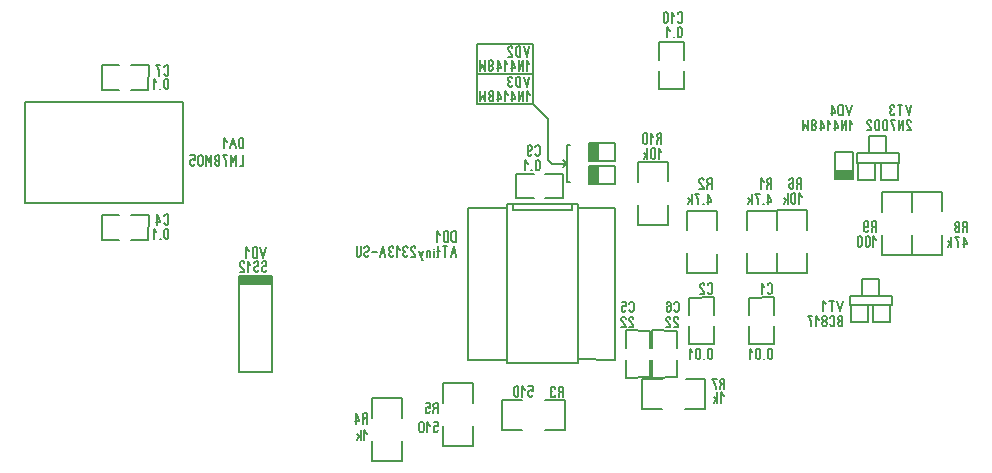
<source format=gbr>
%FSLAX34Y34*%
%MOMM*%
%LNSILK_BOTTOM*%
G71*
G01*
%ADD10C, 0.150*%
%ADD11C, 0.159*%
%ADD12C, 0.200*%
%ADD13C, 0.100*%
%LPD*%
G54D10*
X259888Y234250D02*
X259888Y153288D01*
X231312Y153288D01*
X231312Y234250D01*
X259888Y234250D01*
G36*
X259888Y234250D02*
X231312Y234250D01*
X231312Y227900D01*
X259888Y227900D01*
X259888Y234250D01*
G37*
G54D10*
X259888Y234250D02*
X231312Y234250D01*
X231312Y227900D01*
X259888Y227900D01*
X259888Y234250D01*
G54D11*
X254325Y258875D02*
X252102Y249986D01*
X249880Y258875D01*
G54D11*
X246770Y249986D02*
X246770Y258875D01*
X244548Y258875D01*
X243659Y258319D01*
X243214Y257208D01*
X243214Y251652D01*
X243659Y250541D01*
X244548Y249986D01*
X246770Y249986D01*
G54D11*
X240103Y255541D02*
X237880Y258875D01*
X237880Y249986D01*
G54D11*
X254700Y239746D02*
X254255Y238635D01*
X253366Y238079D01*
X252477Y238079D01*
X251588Y238635D01*
X251144Y239746D01*
X251144Y240857D01*
X251588Y241968D01*
X252477Y242524D01*
X253366Y242524D01*
X254255Y243079D01*
X254700Y244190D01*
X254700Y245301D01*
X254255Y246413D01*
X253366Y246968D01*
X252477Y246968D01*
X251588Y246413D01*
X251144Y245301D01*
G54D11*
X248033Y239746D02*
X247588Y238635D01*
X246699Y238079D01*
X245810Y238079D01*
X244922Y238635D01*
X244477Y239746D01*
X244477Y240857D01*
X244922Y241968D01*
X245810Y242524D01*
X246699Y242524D01*
X247588Y243079D01*
X248033Y244190D01*
X248033Y245301D01*
X247588Y246413D01*
X246699Y246968D01*
X245810Y246968D01*
X244922Y246413D01*
X244477Y245301D01*
G54D11*
X241366Y243635D02*
X239143Y246968D01*
X239143Y238079D01*
G54D11*
X232477Y238079D02*
X236033Y238079D01*
X236033Y238635D01*
X235588Y239746D01*
X232922Y243079D01*
X232477Y244190D01*
X232477Y245301D01*
X232922Y246413D01*
X233810Y246968D01*
X234699Y246968D01*
X235588Y246413D01*
X236033Y245301D01*
G54D12*
X50338Y296163D02*
X50338Y381888D01*
X184481Y381888D01*
X184481Y296162D01*
X50338Y296163D01*
G54D11*
X235450Y342504D02*
X235450Y351392D01*
X233227Y351392D01*
X232338Y350837D01*
X231894Y349726D01*
X231894Y344170D01*
X232338Y343059D01*
X233227Y342504D01*
X235450Y342504D01*
G54D11*
X228782Y342504D02*
X226560Y351392D01*
X224338Y342504D01*
G54D11*
X227894Y345837D02*
X225227Y345837D01*
G54D11*
X221228Y348059D02*
X219005Y351392D01*
X219005Y342504D01*
G54D11*
X235462Y336530D02*
X235462Y327641D01*
X232350Y327641D01*
G54D11*
X229240Y327641D02*
X229240Y336530D01*
X227017Y330974D01*
X224795Y336530D01*
X224795Y327641D01*
G54D11*
X221685Y336530D02*
X218129Y336530D01*
X218574Y335419D01*
X219462Y333752D01*
X220351Y331530D01*
X220796Y329863D01*
X220796Y327641D01*
G54D11*
X212795Y332085D02*
X213684Y332085D01*
X214573Y332641D01*
X215018Y333752D01*
X215018Y334863D01*
X214573Y335974D01*
X213684Y336530D01*
X212795Y336530D01*
X211906Y335974D01*
X211462Y334863D01*
X211462Y333752D01*
X211906Y332641D01*
X212795Y332085D01*
X211906Y331530D01*
X211462Y330419D01*
X211462Y329308D01*
X211906Y328197D01*
X212795Y327641D01*
X213684Y327641D01*
X214573Y328197D01*
X215018Y329308D01*
X215018Y330419D01*
X214573Y331530D01*
X213684Y332085D01*
G54D11*
X208351Y327641D02*
X208351Y336530D01*
X206128Y330974D01*
X203906Y336530D01*
X203906Y327641D01*
G54D11*
X197240Y334863D02*
X197240Y329308D01*
X197684Y328197D01*
X198573Y327641D01*
X199462Y327641D01*
X200351Y328197D01*
X200796Y329308D01*
X200796Y334863D01*
X200351Y335974D01*
X199462Y336530D01*
X198573Y336530D01*
X197684Y335974D01*
X197240Y334863D01*
G54D11*
X190573Y336530D02*
X194129Y336530D01*
X194129Y332641D01*
X193684Y332641D01*
X192795Y333197D01*
X191906Y333197D01*
X191018Y332641D01*
X190573Y331530D01*
X190573Y329308D01*
X191018Y328197D01*
X191906Y327641D01*
X192795Y327641D01*
X193684Y328197D01*
X194129Y329308D01*
G54D10*
X115288Y285850D02*
X115419Y265069D01*
X130500Y265069D01*
G54D10*
X130506Y285844D02*
X115288Y285850D01*
G54D10*
X155150Y285844D02*
X155018Y265062D01*
X139937Y265062D01*
G54D10*
X139931Y285838D02*
X155150Y285844D01*
G54D11*
X168178Y279308D02*
X168622Y278197D01*
X169511Y277641D01*
X170400Y277641D01*
X171289Y278197D01*
X171733Y279308D01*
X171733Y284864D01*
X171289Y285975D01*
X170400Y286530D01*
X169511Y286530D01*
X168622Y285975D01*
X168178Y284864D01*
G54D11*
X162400Y277641D02*
X162400Y286530D01*
X165066Y280975D01*
X165066Y279864D01*
X161511Y279864D01*
G54D11*
X168373Y272886D02*
X168373Y267330D01*
X168818Y266219D01*
X169706Y265663D01*
X170595Y265663D01*
X171484Y266219D01*
X171929Y267330D01*
X171929Y272886D01*
X171484Y273997D01*
X170595Y274552D01*
X169706Y274552D01*
X168818Y273997D01*
X168373Y272886D01*
G54D11*
X164906Y265663D02*
X165262Y265663D01*
X165262Y266108D01*
X164906Y266108D01*
X164906Y265663D01*
X165262Y265663D01*
G54D11*
X161795Y271219D02*
X159572Y274552D01*
X159572Y265663D01*
G54D10*
X115288Y412850D02*
X115419Y392069D01*
X130500Y392069D01*
G54D10*
X130506Y412844D02*
X115288Y412850D01*
G54D10*
X155150Y412844D02*
X155018Y392062D01*
X139937Y392062D01*
G54D10*
X139931Y412838D02*
X155150Y412844D01*
G54D11*
X168326Y405683D02*
X168771Y404572D01*
X169660Y404016D01*
X170549Y404016D01*
X171438Y404572D01*
X171882Y405683D01*
X171882Y411239D01*
X171438Y412350D01*
X170549Y412905D01*
X169660Y412905D01*
X168771Y412350D01*
X168326Y411239D01*
G54D11*
X165215Y412905D02*
X161660Y412905D01*
X162104Y411794D01*
X162993Y410128D01*
X163882Y407905D01*
X164326Y406239D01*
X164326Y404016D01*
G54D11*
X168336Y399886D02*
X168336Y394331D01*
X168780Y393220D01*
X169669Y392664D01*
X170558Y392664D01*
X171447Y393220D01*
X171892Y394331D01*
X171892Y399886D01*
X171447Y400997D01*
X170558Y401553D01*
X169669Y401553D01*
X168780Y400997D01*
X168336Y399886D01*
G54D11*
X164869Y392664D02*
X165224Y392664D01*
X165224Y393108D01*
X164869Y393108D01*
X164869Y392664D01*
X165224Y392664D01*
G54D11*
X161758Y398220D02*
X159535Y401553D01*
X159535Y392664D01*
G54D10*
X528206Y331625D02*
X528206Y346725D01*
X550444Y346725D01*
X550444Y331625D01*
X528206Y331625D01*
G36*
X528206Y331625D02*
X528206Y346725D01*
X535306Y346725D01*
X535306Y331625D01*
X528206Y331625D01*
G37*
G54D13*
X528206Y331625D02*
X528206Y346725D01*
X535306Y346725D01*
X535306Y331625D01*
X528206Y331625D01*
G54D11*
X477476Y428985D02*
X475254Y420096D01*
X473032Y428985D01*
G54D11*
X469922Y420096D02*
X469922Y428985D01*
X467699Y428985D01*
X466810Y428430D01*
X466366Y427319D01*
X466366Y421763D01*
X466810Y420652D01*
X467699Y420096D01*
X469922Y420096D01*
G54D11*
X459699Y420096D02*
X463254Y420096D01*
X463254Y420652D01*
X462810Y421763D01*
X460143Y425096D01*
X459699Y426208D01*
X459699Y427319D01*
X460143Y428430D01*
X461032Y428985D01*
X461921Y428985D01*
X462810Y428430D01*
X463254Y427319D01*
G54D11*
X477406Y413665D02*
X475184Y416998D01*
X475184Y408109D01*
G54D11*
X472074Y408109D02*
X472074Y416998D01*
X468518Y408109D01*
X468518Y416998D01*
G54D11*
X462740Y408109D02*
X462740Y416998D01*
X465406Y411442D01*
X465406Y410331D01*
X461851Y410331D01*
G54D11*
X458740Y413665D02*
X456517Y416998D01*
X456517Y408109D01*
G54D11*
X450740Y408109D02*
X450740Y416998D01*
X453406Y411442D01*
X453406Y410331D01*
X449851Y410331D01*
G54D11*
X444517Y412553D02*
X445406Y412553D01*
X446295Y413109D01*
X446740Y414220D01*
X446740Y415331D01*
X446295Y416442D01*
X445406Y416998D01*
X444517Y416998D01*
X443628Y416442D01*
X443184Y415331D01*
X443184Y414220D01*
X443628Y413109D01*
X444517Y412553D01*
X443628Y411998D01*
X443184Y410887D01*
X443184Y409776D01*
X443628Y408665D01*
X444517Y408109D01*
X445406Y408109D01*
X446295Y408665D01*
X446740Y409776D01*
X446740Y410887D01*
X446295Y411998D01*
X445406Y412553D01*
G54D11*
X440072Y416998D02*
X440072Y408109D01*
X437850Y413665D01*
X435628Y408109D01*
X435628Y416998D01*
G54D12*
X518450Y295225D02*
X458450Y295225D01*
X458450Y160575D01*
X518450Y160575D01*
X518450Y295225D01*
G54D12*
X513450Y295225D02*
X463450Y295225D01*
X463450Y290225D01*
X513450Y290225D01*
X513450Y295225D01*
G54D12*
X518450Y292050D02*
X550400Y292194D01*
X550400Y163606D01*
X518450Y163750D01*
G54D12*
X458325Y292194D02*
X425781Y292194D01*
X425781Y163606D01*
X458325Y163606D01*
G54D11*
X415145Y263461D02*
X415145Y272350D01*
X412923Y272350D01*
X412034Y271794D01*
X411590Y270683D01*
X411590Y265128D01*
X412034Y264017D01*
X412923Y263461D01*
X415145Y263461D01*
G54D11*
X408478Y263461D02*
X408478Y272350D01*
X406256Y272350D01*
X405367Y271794D01*
X404922Y270683D01*
X404922Y265128D01*
X405367Y264017D01*
X406256Y263461D01*
X408478Y263461D01*
G54D11*
X401811Y269017D02*
X399589Y272350D01*
X399589Y263461D01*
G54D11*
X415712Y250550D02*
X413490Y259439D01*
X411268Y250550D01*
G54D11*
X414824Y253884D02*
X412157Y253884D01*
G54D11*
X406380Y250550D02*
X406380Y259439D01*
G54D11*
X408158Y259439D02*
X404602Y259439D01*
G54D11*
X400602Y259439D02*
X400602Y251106D01*
X400157Y250550D01*
X399713Y250773D01*
G54D11*
X401490Y255550D02*
X399713Y255550D01*
G54D11*
X396602Y250550D02*
X396602Y255550D01*
G54D11*
X396602Y257217D02*
X396602Y257217D01*
G54D11*
X393490Y250550D02*
X393490Y255550D01*
G54D11*
X393490Y254439D02*
X393046Y255217D01*
X392157Y255550D01*
X391268Y255217D01*
X390824Y254439D01*
X390824Y250550D01*
G54D11*
X387712Y255550D02*
X385935Y250550D01*
X384157Y255550D01*
G54D11*
X385935Y250550D02*
X386379Y248884D01*
X386824Y248328D01*
X387268Y248328D01*
G54D11*
X377490Y250550D02*
X381046Y250550D01*
X381046Y251106D01*
X380601Y252217D01*
X377934Y255550D01*
X377490Y256662D01*
X377490Y257773D01*
X377934Y258884D01*
X378823Y259439D01*
X379712Y259439D01*
X380601Y258884D01*
X381046Y257773D01*
G54D11*
X374378Y257773D02*
X373934Y258884D01*
X373045Y259439D01*
X372156Y259439D01*
X371267Y258884D01*
X370823Y257773D01*
X370823Y256662D01*
X371267Y255550D01*
X372156Y254995D01*
X371267Y254439D01*
X370823Y253328D01*
X370823Y252217D01*
X371267Y251106D01*
X372156Y250550D01*
X373045Y250550D01*
X373934Y251106D01*
X374378Y252217D01*
G54D11*
X367712Y256106D02*
X365489Y259439D01*
X365489Y250550D01*
G54D11*
X362378Y257773D02*
X361934Y258884D01*
X361045Y259439D01*
X360156Y259439D01*
X359267Y258884D01*
X358823Y257773D01*
X358823Y256662D01*
X359267Y255550D01*
X360156Y254995D01*
X359267Y254439D01*
X358823Y253328D01*
X358823Y252217D01*
X359267Y251106D01*
X360156Y250550D01*
X361045Y250550D01*
X361934Y251106D01*
X362378Y252217D01*
G54D11*
X355712Y250550D02*
X353489Y259439D01*
X351267Y250550D01*
G54D11*
X354823Y253884D02*
X352156Y253884D01*
G54D11*
X348156Y254439D02*
X344601Y254439D01*
G54D11*
X341490Y252217D02*
X341045Y251106D01*
X340156Y250550D01*
X339267Y250550D01*
X338378Y251106D01*
X337934Y252217D01*
X337934Y253328D01*
X338378Y254439D01*
X339267Y254995D01*
X340156Y254995D01*
X341045Y255550D01*
X341490Y256662D01*
X341490Y257773D01*
X341045Y258884D01*
X340156Y259439D01*
X339267Y259439D01*
X338378Y258884D01*
X337934Y257773D01*
G54D11*
X334822Y259439D02*
X334822Y252217D01*
X334378Y251106D01*
X333489Y250550D01*
X332600Y250550D01*
X331711Y251106D01*
X331267Y252217D01*
X331267Y259439D01*
G54D10*
X506088Y300125D02*
X505956Y320906D01*
X490875Y320906D01*
G54D10*
X490869Y300131D02*
X506088Y300125D01*
G54D10*
X466225Y300131D02*
X466356Y320912D01*
X481438Y320912D01*
G54D10*
X481444Y300138D02*
X466225Y300131D01*
G54D11*
X482661Y337942D02*
X483106Y336831D01*
X483995Y336275D01*
X484884Y336275D01*
X485772Y336831D01*
X486217Y337942D01*
X486217Y343498D01*
X485772Y344609D01*
X484884Y345164D01*
X483995Y345164D01*
X483106Y344609D01*
X482661Y343498D01*
G54D11*
X479550Y337942D02*
X479106Y336831D01*
X478216Y336275D01*
X477328Y336275D01*
X476439Y336831D01*
X475994Y337942D01*
X475994Y340720D01*
X475994Y341275D01*
X477328Y340164D01*
X478216Y340164D01*
X479106Y340720D01*
X479550Y341831D01*
X479550Y343498D01*
X479106Y344609D01*
X478216Y345164D01*
X477328Y345164D01*
X476439Y344609D01*
X475994Y343498D01*
X475994Y340720D01*
G54D11*
X482732Y331027D02*
X482732Y325472D01*
X483177Y324361D01*
X484066Y323805D01*
X484955Y323805D01*
X485844Y324361D01*
X486288Y325472D01*
X486288Y331027D01*
X485844Y332139D01*
X484955Y332694D01*
X484066Y332694D01*
X483177Y332139D01*
X482732Y331027D01*
G54D11*
X479265Y323805D02*
X479621Y323805D01*
X479621Y324250D01*
X479265Y324250D01*
X479265Y323805D01*
X479621Y323805D01*
G54D11*
X476154Y329361D02*
X473932Y332694D01*
X473932Y323805D01*
G54D10*
X528206Y312575D02*
X528206Y327675D01*
X550444Y327675D01*
X550444Y312575D01*
X528206Y312575D01*
G36*
X528206Y312575D02*
X528206Y327675D01*
X535306Y327675D01*
X535306Y312575D01*
X528206Y312575D01*
G37*
G54D13*
X528206Y312575D02*
X528206Y327675D01*
X535306Y327675D01*
X535306Y312575D01*
X528206Y312575D01*
G54D11*
X477477Y403268D02*
X475255Y394379D01*
X473032Y403268D01*
G54D11*
X469922Y394379D02*
X469922Y403268D01*
X467700Y403268D01*
X466811Y402712D01*
X466366Y401601D01*
X466366Y396046D01*
X466811Y394934D01*
X467700Y394379D01*
X469922Y394379D01*
G54D11*
X463255Y401601D02*
X462810Y402712D01*
X461922Y403268D01*
X461033Y403268D01*
X460144Y402712D01*
X459699Y401601D01*
X459699Y400490D01*
X460144Y399379D01*
X461033Y398823D01*
X460144Y398268D01*
X459699Y397157D01*
X459699Y396046D01*
X460144Y394934D01*
X461033Y394379D01*
X461922Y394379D01*
X462810Y394934D01*
X463255Y396046D01*
G54D11*
X477723Y387947D02*
X475501Y391280D01*
X475501Y382391D01*
G54D11*
X472390Y382391D02*
X472390Y391280D01*
X468835Y382391D01*
X468835Y391280D01*
G54D11*
X463056Y382391D02*
X463056Y391280D01*
X465723Y385724D01*
X465723Y384613D01*
X462168Y384613D01*
G54D11*
X459056Y387947D02*
X456834Y391280D01*
X456834Y382391D01*
G54D11*
X451056Y382391D02*
X451056Y391280D01*
X453723Y385724D01*
X453723Y384613D01*
X450168Y384613D01*
G54D11*
X444834Y386835D02*
X445723Y386835D01*
X446612Y387391D01*
X447056Y388502D01*
X447056Y389613D01*
X446612Y390724D01*
X445723Y391280D01*
X444834Y391280D01*
X443945Y390724D01*
X443501Y389613D01*
X443501Y388502D01*
X443945Y387391D01*
X444834Y386835D01*
X443945Y386280D01*
X443501Y385169D01*
X443501Y384058D01*
X443945Y382947D01*
X444834Y382391D01*
X445723Y382391D01*
X446612Y382947D01*
X447056Y384058D01*
X447056Y385169D01*
X446612Y386280D01*
X445723Y386835D01*
G54D11*
X440389Y391280D02*
X440389Y382391D01*
X438167Y387947D01*
X435945Y382391D01*
X435945Y391280D01*
G54D10*
X587700Y392862D02*
X608481Y392994D01*
X608481Y408075D01*
G54D10*
X587706Y408081D02*
X587700Y392862D01*
G54D10*
X587706Y432725D02*
X608488Y432594D01*
X608488Y417512D01*
G54D10*
X587712Y417506D02*
X587706Y432725D01*
G54D11*
X603306Y450500D02*
X603751Y449389D01*
X604640Y448834D01*
X605528Y448834D01*
X606417Y449389D01*
X606862Y450500D01*
X606862Y456056D01*
X606417Y457167D01*
X605528Y457723D01*
X604640Y457723D01*
X603751Y457167D01*
X603306Y456056D01*
G54D11*
X600195Y454389D02*
X597972Y457723D01*
X597972Y448834D01*
G54D11*
X591306Y456056D02*
X591306Y450500D01*
X591751Y449389D01*
X592640Y448834D01*
X593528Y448834D01*
X594417Y449389D01*
X594862Y450500D01*
X594862Y456056D01*
X594417Y457167D01*
X593528Y457723D01*
X592640Y457723D01*
X591751Y457167D01*
X591306Y456056D01*
G54D11*
X603207Y443563D02*
X603207Y438008D01*
X603652Y436897D01*
X604540Y436341D01*
X605429Y436341D01*
X606318Y436897D01*
X606763Y438008D01*
X606763Y443563D01*
X606318Y444675D01*
X605429Y445230D01*
X604540Y445230D01*
X603652Y444675D01*
X603207Y443563D01*
G54D11*
X599740Y436341D02*
X600096Y436341D01*
X600096Y436786D01*
X599740Y436786D01*
X599740Y436341D01*
X600096Y436341D01*
G54D11*
X596629Y441897D02*
X594406Y445230D01*
X594406Y436341D01*
G54D10*
X569312Y277912D02*
X594850Y277906D01*
X594850Y294575D01*
G54D10*
X569475Y294717D02*
X569312Y277912D01*
G54D10*
X569450Y331088D02*
X594988Y331094D01*
X594988Y314425D01*
G54D10*
X569612Y314283D02*
X569450Y331088D01*
G54D11*
X587468Y350889D02*
X586134Y349778D01*
X585690Y348667D01*
X585690Y346445D01*
G54D11*
X589246Y346445D02*
X589246Y355334D01*
X587023Y355334D01*
X586134Y354778D01*
X585690Y353667D01*
X585690Y352556D01*
X586134Y351445D01*
X587023Y350889D01*
X589246Y350889D01*
G54D11*
X582578Y352001D02*
X580356Y355334D01*
X580356Y346445D01*
G54D11*
X573690Y353667D02*
X573690Y348112D01*
X574134Y347001D01*
X575023Y346445D01*
X575912Y346445D01*
X576801Y347001D01*
X577246Y348112D01*
X577246Y353667D01*
X576801Y354778D01*
X575912Y355334D01*
X575023Y355334D01*
X574134Y354778D01*
X573690Y353667D01*
G54D11*
X589362Y339283D02*
X587140Y342616D01*
X587140Y333728D01*
G54D11*
X580473Y340950D02*
X580473Y335394D01*
X580918Y334283D01*
X581807Y333728D01*
X582696Y333728D01*
X583585Y334283D01*
X584029Y335394D01*
X584029Y340950D01*
X583585Y342061D01*
X582696Y342616D01*
X581807Y342616D01*
X580918Y342061D01*
X580473Y340950D01*
G54D11*
X577362Y333728D02*
X577362Y342616D01*
G54D11*
X576029Y337061D02*
X574695Y333728D01*
G54D11*
X577362Y335950D02*
X574695Y338728D01*
G54D10*
X559125Y148388D02*
X579906Y148519D01*
X579906Y163600D01*
G54D10*
X559131Y163606D02*
X559125Y148388D01*
G54D10*
X559131Y188250D02*
X579912Y188118D01*
X579912Y173037D01*
G54D10*
X559138Y173031D02*
X559131Y188250D01*
G54D11*
X562222Y205517D02*
X562667Y204406D01*
X563556Y203850D01*
X564445Y203850D01*
X565334Y204406D01*
X565778Y205517D01*
X565778Y211073D01*
X565334Y212184D01*
X564445Y212739D01*
X563556Y212739D01*
X562667Y212184D01*
X562222Y211073D01*
G54D11*
X555556Y212739D02*
X559111Y212739D01*
X559111Y208850D01*
X558666Y208850D01*
X557778Y209406D01*
X556889Y209406D01*
X556000Y208850D01*
X555556Y207739D01*
X555556Y205517D01*
X556000Y204406D01*
X556889Y203850D01*
X557778Y203850D01*
X558666Y204406D01*
X559111Y205517D01*
G54D11*
X562136Y191028D02*
X565691Y191028D01*
X565691Y191584D01*
X565247Y192695D01*
X562580Y196028D01*
X562136Y197139D01*
X562136Y198250D01*
X562580Y199362D01*
X563469Y199917D01*
X564358Y199917D01*
X565247Y199362D01*
X565691Y198250D01*
G54D11*
X555468Y191028D02*
X559024Y191028D01*
X559024Y191584D01*
X558580Y192695D01*
X555913Y196028D01*
X555468Y197139D01*
X555468Y198250D01*
X555913Y199362D01*
X556802Y199917D01*
X557691Y199917D01*
X558580Y199362D01*
X559024Y198250D01*
G54D10*
X581350Y148388D02*
X602131Y148519D01*
X602131Y163600D01*
G54D10*
X581356Y163606D02*
X581350Y148388D01*
G54D10*
X581356Y188250D02*
X602138Y188119D01*
X602138Y173038D01*
G54D10*
X581362Y173031D02*
X581356Y188250D01*
G54D11*
X600322Y205517D02*
X600767Y204406D01*
X601656Y203850D01*
X602544Y203850D01*
X603433Y204406D01*
X603878Y205517D01*
X603878Y211072D01*
X603433Y212183D01*
X602544Y212739D01*
X601656Y212739D01*
X600767Y212183D01*
X600322Y211072D01*
G54D11*
X593655Y211072D02*
X594100Y212183D01*
X594988Y212739D01*
X595878Y212739D01*
X596766Y212183D01*
X597211Y211072D01*
X597211Y208294D01*
X597211Y207739D01*
X595878Y208850D01*
X594988Y208850D01*
X594100Y208294D01*
X593655Y207183D01*
X593655Y205517D01*
X594100Y204406D01*
X594988Y203850D01*
X595878Y203850D01*
X596766Y204406D01*
X597211Y205517D01*
X597211Y208294D01*
G54D11*
X599919Y191028D02*
X603475Y191028D01*
X603475Y191584D01*
X603030Y192695D01*
X600364Y196028D01*
X599919Y197139D01*
X599919Y198250D01*
X600364Y199361D01*
X601253Y199917D01*
X602142Y199917D01*
X603030Y199361D01*
X603475Y198250D01*
G54D11*
X593252Y191028D02*
X596808Y191028D01*
X596808Y191584D01*
X596364Y192695D01*
X593697Y196028D01*
X593252Y197139D01*
X593252Y198250D01*
X593697Y199361D01*
X594586Y199917D01*
X595474Y199917D01*
X596364Y199361D01*
X596808Y198250D01*
G54D10*
X661388Y236638D02*
X686925Y236631D01*
X686925Y253300D01*
G54D10*
X661550Y253442D02*
X661388Y236638D01*
G54D10*
X661525Y289812D02*
X687062Y289819D01*
X687062Y273150D01*
G54D10*
X661687Y273008D02*
X661525Y289812D01*
G54D11*
X680686Y312662D02*
X679353Y311551D01*
X678908Y310440D01*
X678908Y308218D01*
G54D11*
X682464Y308218D02*
X682464Y317106D01*
X680242Y317106D01*
X679353Y316551D01*
X678908Y315440D01*
X678908Y314329D01*
X679353Y313218D01*
X680242Y312662D01*
X682464Y312662D01*
G54D11*
X675797Y313773D02*
X673575Y317106D01*
X673575Y308218D01*
G54D11*
X679860Y295130D02*
X679860Y304018D01*
X682527Y298463D01*
X682527Y297352D01*
X678972Y297352D01*
G54D11*
X675504Y295130D02*
X675860Y295130D01*
X675860Y295574D01*
X675504Y295574D01*
X675504Y295130D01*
X675860Y295130D01*
G54D11*
X672393Y304018D02*
X668838Y304018D01*
X669282Y302907D01*
X670171Y301241D01*
X671060Y299018D01*
X671504Y297352D01*
X671504Y295130D01*
G54D11*
X665726Y295130D02*
X665726Y304018D01*
G54D11*
X664393Y298463D02*
X663059Y295130D01*
G54D11*
X665726Y297352D02*
X663059Y300130D01*
G54D10*
X610588Y236638D02*
X636125Y236631D01*
X636125Y253300D01*
G54D10*
X610750Y253442D02*
X610588Y236638D01*
G54D10*
X610725Y289812D02*
X636262Y289819D01*
X636262Y273150D01*
G54D10*
X610887Y273008D02*
X610725Y289812D01*
G54D11*
X629992Y312499D02*
X628659Y311388D01*
X628214Y310277D01*
X628214Y308054D01*
G54D11*
X631770Y308054D02*
X631770Y316943D01*
X629548Y316943D01*
X628659Y316388D01*
X628214Y315277D01*
X628214Y314166D01*
X628659Y313054D01*
X629548Y312499D01*
X631770Y312499D01*
G54D11*
X621548Y308054D02*
X625103Y308054D01*
X625103Y308610D01*
X624658Y309721D01*
X621992Y313054D01*
X621548Y314166D01*
X621548Y315277D01*
X621992Y316388D01*
X622881Y316943D01*
X623770Y316943D01*
X624658Y316388D01*
X625103Y315277D01*
G54D11*
X629044Y295167D02*
X629044Y304056D01*
X631711Y298501D01*
X631711Y297390D01*
X628156Y297390D01*
G54D11*
X624688Y295167D02*
X625044Y295167D01*
X625044Y295612D01*
X624688Y295612D01*
X624688Y295167D01*
X625044Y295167D01*
G54D11*
X621577Y304056D02*
X618022Y304056D01*
X618466Y302945D01*
X619355Y301279D01*
X620244Y299056D01*
X620688Y297390D01*
X620688Y295167D01*
G54D11*
X614910Y295167D02*
X614910Y304056D01*
G54D11*
X613577Y298501D02*
X612243Y295167D01*
G54D11*
X614910Y297390D02*
X612243Y300167D01*
G54D10*
X686788Y236832D02*
X712325Y236825D01*
X712325Y253494D01*
G54D10*
X686950Y253636D02*
X686788Y236832D01*
G54D10*
X686925Y290006D02*
X712462Y290013D01*
X712462Y273344D01*
G54D10*
X687087Y273202D02*
X686925Y290006D01*
G54D11*
X705874Y312693D02*
X704540Y311582D01*
X704096Y310471D01*
X704096Y308249D01*
G54D11*
X707652Y308249D02*
X707652Y317138D01*
X705429Y317138D01*
X704540Y316582D01*
X704096Y315471D01*
X704096Y314360D01*
X704540Y313249D01*
X705429Y312693D01*
X707652Y312693D01*
G54D11*
X697429Y315471D02*
X697873Y316582D01*
X698762Y317138D01*
X699651Y317138D01*
X700540Y316582D01*
X700984Y315471D01*
X700984Y312693D01*
X700984Y312138D01*
X699651Y313249D01*
X698762Y313249D01*
X697873Y312693D01*
X697429Y311582D01*
X697429Y309916D01*
X697873Y308805D01*
X698762Y308249D01*
X699651Y308249D01*
X700540Y308805D01*
X700984Y309916D01*
X700984Y312693D01*
G54D11*
X708092Y300944D02*
X705869Y304277D01*
X705869Y295388D01*
G54D11*
X699203Y302611D02*
X699203Y297055D01*
X699647Y295944D01*
X700536Y295388D01*
X701425Y295388D01*
X702314Y295944D01*
X702758Y297055D01*
X702758Y302611D01*
X702314Y303722D01*
X701425Y304277D01*
X700536Y304277D01*
X699647Y303722D01*
X699203Y302611D01*
G54D11*
X696092Y295388D02*
X696092Y304277D01*
G54D11*
X694758Y298722D02*
X693425Y295388D01*
G54D11*
X696092Y297611D02*
X693425Y300388D01*
G54D10*
X684550Y216290D02*
X663769Y216159D01*
X663769Y201078D01*
G54D10*
X684544Y201071D02*
X684550Y216290D01*
G54D10*
X684544Y176428D02*
X663762Y176559D01*
X663762Y191640D01*
G54D10*
X684538Y191647D02*
X684544Y176428D01*
G54D11*
X679452Y220884D02*
X679897Y219773D01*
X680786Y219218D01*
X681674Y219218D01*
X682563Y219773D01*
X683008Y220884D01*
X683008Y226440D01*
X682563Y227551D01*
X681674Y228107D01*
X680786Y228107D01*
X679897Y227551D01*
X679452Y226440D01*
G54D11*
X676341Y224773D02*
X674118Y228107D01*
X674118Y219218D01*
G54D11*
X679526Y171304D02*
X679526Y165748D01*
X679971Y164637D01*
X680860Y164082D01*
X681748Y164082D01*
X682637Y164637D01*
X683082Y165748D01*
X683082Y171304D01*
X682637Y172415D01*
X681748Y172971D01*
X680860Y172971D01*
X679971Y172415D01*
X679526Y171304D01*
G54D11*
X676059Y164082D02*
X676415Y164082D01*
X676415Y164526D01*
X676059Y164526D01*
X676059Y164082D01*
X676415Y164082D01*
G54D11*
X669392Y171304D02*
X669392Y165748D01*
X669837Y164637D01*
X670726Y164082D01*
X671614Y164082D01*
X672503Y164637D01*
X672948Y165748D01*
X672948Y171304D01*
X672503Y172415D01*
X671614Y172971D01*
X670726Y172971D01*
X669837Y172415D01*
X669392Y171304D01*
G54D11*
X666281Y169637D02*
X664058Y172971D01*
X664058Y164082D01*
G54D10*
X633750Y216290D02*
X612969Y216159D01*
X612969Y201078D01*
G54D10*
X633744Y201071D02*
X633750Y216290D01*
G54D10*
X633744Y176428D02*
X612962Y176559D01*
X612962Y191640D01*
G54D10*
X633738Y191646D02*
X633744Y176428D01*
G54D11*
X628684Y220915D02*
X629129Y219804D01*
X630018Y219248D01*
X630906Y219248D01*
X631795Y219804D01*
X632240Y220915D01*
X632240Y226470D01*
X631795Y227582D01*
X630906Y228137D01*
X630018Y228137D01*
X629129Y227582D01*
X628684Y226470D01*
G54D11*
X622017Y219248D02*
X625573Y219248D01*
X625573Y219804D01*
X625128Y220915D01*
X622462Y224248D01*
X622017Y225359D01*
X622017Y226470D01*
X622462Y227582D01*
X623350Y228137D01*
X624240Y228137D01*
X625128Y227582D01*
X625573Y226470D01*
G54D11*
X628726Y171303D02*
X628726Y165747D01*
X629171Y164636D01*
X630060Y164081D01*
X630948Y164081D01*
X631837Y164636D01*
X632282Y165747D01*
X632282Y171303D01*
X631837Y172414D01*
X630948Y172970D01*
X630060Y172970D01*
X629171Y172414D01*
X628726Y171303D01*
G54D11*
X625259Y164081D02*
X625615Y164081D01*
X625615Y164525D01*
X625259Y164525D01*
X625259Y164081D01*
X625615Y164081D01*
G54D11*
X618592Y171303D02*
X618592Y165747D01*
X619037Y164636D01*
X619926Y164081D01*
X620814Y164081D01*
X621703Y164636D01*
X622148Y165747D01*
X622148Y171303D01*
X621703Y172414D01*
X620814Y172970D01*
X619926Y172970D01*
X619037Y172414D01*
X618592Y171303D01*
G54D11*
X615481Y169636D02*
X613258Y172970D01*
X613258Y164081D01*
G54D10*
X454362Y129612D02*
X454356Y104075D01*
X471025Y104075D01*
G54D10*
X471167Y129450D02*
X454362Y129612D01*
G54D10*
X507538Y129475D02*
X507544Y103938D01*
X490875Y103938D01*
G54D10*
X490733Y129313D02*
X507538Y129475D01*
G54D11*
X504193Y136189D02*
X502859Y135078D01*
X502415Y133967D01*
X502415Y131744D01*
G54D11*
X505970Y131744D02*
X505970Y140633D01*
X503748Y140633D01*
X502859Y140078D01*
X502415Y138967D01*
X502415Y137856D01*
X502859Y136744D01*
X503748Y136189D01*
X505970Y136189D01*
G54D11*
X499304Y138967D02*
X498859Y140078D01*
X497970Y140633D01*
X497081Y140633D01*
X496192Y140078D01*
X495748Y138967D01*
X495748Y137856D01*
X496192Y136744D01*
X497081Y136189D01*
X496192Y135633D01*
X495748Y134522D01*
X495748Y133411D01*
X496192Y132300D01*
X497081Y131744D01*
X497970Y131744D01*
X498859Y132300D01*
X499304Y133411D01*
G54D11*
X476754Y141015D02*
X480309Y141015D01*
X480309Y137126D01*
X479864Y137126D01*
X478976Y137682D01*
X478087Y137682D01*
X477198Y137126D01*
X476754Y136015D01*
X476754Y133793D01*
X477198Y132682D01*
X478087Y132126D01*
X478976Y132126D01*
X479864Y132682D01*
X480309Y133793D01*
G54D11*
X473642Y137682D02*
X471420Y141015D01*
X471420Y132126D01*
G54D11*
X464754Y139349D02*
X464754Y133793D01*
X465198Y132682D01*
X466087Y132126D01*
X466976Y132126D01*
X467864Y132682D01*
X468309Y133793D01*
X468309Y139349D01*
X467864Y140460D01*
X466976Y141015D01*
X466087Y141015D01*
X465198Y140460D01*
X464754Y139349D01*
G54D10*
X626409Y121618D02*
X626415Y147156D01*
X609746Y147156D01*
G54D10*
X609604Y121780D02*
X626409Y121618D01*
G54D10*
X573234Y121756D02*
X573228Y147293D01*
X589896Y147293D01*
G54D10*
X590039Y121918D02*
X573234Y121756D01*
G54D11*
X640949Y142957D02*
X639615Y141846D01*
X639171Y140735D01*
X639171Y138512D01*
G54D11*
X642726Y138512D02*
X642726Y147401D01*
X640504Y147401D01*
X639615Y146846D01*
X639171Y145735D01*
X639171Y144624D01*
X639615Y143512D01*
X640504Y142957D01*
X642726Y142957D01*
G54D11*
X636060Y147401D02*
X632504Y147401D01*
X632948Y146290D01*
X633837Y144624D01*
X634726Y142401D01*
X635171Y140735D01*
X635171Y138512D01*
G54D11*
X642107Y132537D02*
X639885Y135870D01*
X639885Y126982D01*
G54D11*
X636774Y126982D02*
X636774Y135870D01*
G54D11*
X635441Y130315D02*
X634107Y126982D01*
G54D11*
X636774Y129204D02*
X634107Y131982D01*
G54D10*
X343888Y77888D02*
X369425Y77881D01*
X369425Y94550D01*
G54D10*
X344050Y94692D02*
X343888Y77888D01*
G54D10*
X344025Y131062D02*
X369562Y131069D01*
X369562Y114400D01*
G54D10*
X344187Y114258D02*
X344025Y131062D01*
G54D11*
X338105Y113907D02*
X336771Y112796D01*
X336327Y111685D01*
X336327Y109462D01*
G54D11*
X339882Y109462D02*
X339882Y118351D01*
X337660Y118351D01*
X336771Y117796D01*
X336327Y116685D01*
X336327Y115574D01*
X336771Y114462D01*
X337660Y113907D01*
X339882Y113907D01*
G54D11*
X330549Y109462D02*
X330549Y118351D01*
X333216Y112796D01*
X333216Y111685D01*
X329660Y111685D01*
G54D11*
X339944Y100978D02*
X337722Y104311D01*
X337722Y95422D01*
G54D11*
X334612Y95422D02*
X334612Y104311D01*
G54D11*
X333278Y98755D02*
X331945Y95422D01*
G54D11*
X334612Y97644D02*
X331945Y100422D01*
G54D10*
X404212Y90588D02*
X429750Y90581D01*
X429750Y107250D01*
G54D10*
X404375Y107392D02*
X404212Y90588D01*
G54D10*
X404350Y143762D02*
X429888Y143769D01*
X429888Y127100D01*
G54D10*
X404512Y126958D02*
X404350Y143762D01*
G54D11*
X398112Y122479D02*
X396778Y121368D01*
X396334Y120257D01*
X396334Y118035D01*
G54D11*
X399890Y118035D02*
X399890Y126924D01*
X397667Y126924D01*
X396778Y126368D01*
X396334Y125257D01*
X396334Y124146D01*
X396778Y123035D01*
X397667Y122479D01*
X399890Y122479D01*
G54D11*
X389667Y126924D02*
X393222Y126924D01*
X393222Y123035D01*
X392778Y123035D01*
X391889Y123591D01*
X391000Y123591D01*
X390111Y123035D01*
X389667Y121924D01*
X389667Y119702D01*
X390111Y118591D01*
X391000Y118035D01*
X391889Y118035D01*
X392778Y118591D01*
X393222Y119702D01*
G54D11*
X396396Y110978D02*
X399952Y110978D01*
X399952Y107090D01*
X399508Y107090D01*
X398619Y107645D01*
X397730Y107645D01*
X396841Y107090D01*
X396396Y105978D01*
X396396Y103756D01*
X396841Y102645D01*
X397730Y102090D01*
X398619Y102090D01*
X399508Y102645D01*
X399952Y103756D01*
G54D11*
X393285Y107645D02*
X391063Y110978D01*
X391063Y102090D01*
G54D11*
X384396Y109312D02*
X384396Y103756D01*
X384841Y102645D01*
X385730Y102090D01*
X386619Y102090D01*
X387508Y102645D01*
X387952Y103756D01*
X387952Y109312D01*
X387508Y110423D01*
X386619Y110978D01*
X385730Y110978D01*
X384841Y110423D01*
X384396Y109312D01*
G54D10*
X748788Y209581D02*
X748788Y217519D01*
X784556Y217519D01*
X784556Y209581D01*
X748788Y209581D01*
G54D10*
X773394Y217581D02*
X773394Y231869D01*
X759106Y231869D01*
X759106Y217581D01*
G54D10*
X782919Y208850D02*
X782919Y195356D01*
X768631Y195356D01*
X768631Y208850D01*
G54D10*
X763869Y208850D02*
X763869Y195356D01*
X749581Y195356D01*
X749581Y208850D01*
G54D11*
X742752Y213621D02*
X740530Y204732D01*
X738308Y213621D01*
G54D11*
X733419Y204732D02*
X733419Y213621D01*
G54D11*
X735197Y213621D02*
X731642Y213621D01*
G54D11*
X728530Y210288D02*
X726308Y213621D01*
X726308Y204732D01*
G54D11*
X742491Y191876D02*
X742491Y200765D01*
X740269Y200765D01*
X739380Y200210D01*
X738936Y199099D01*
X738936Y197988D01*
X739380Y196876D01*
X740269Y196321D01*
X739380Y195765D01*
X738936Y194654D01*
X738936Y193543D01*
X739380Y192432D01*
X740269Y191876D01*
X742491Y191876D01*
G54D11*
X742491Y196321D02*
X740269Y196321D01*
G54D11*
X732268Y193543D02*
X732713Y192432D01*
X733602Y191876D01*
X734491Y191876D01*
X735380Y192432D01*
X735824Y193543D01*
X735824Y199099D01*
X735380Y200210D01*
X734491Y200765D01*
X733602Y200765D01*
X732713Y200210D01*
X732268Y199099D01*
G54D11*
X726935Y196321D02*
X727824Y196321D01*
X728712Y196876D01*
X729157Y197988D01*
X729157Y199099D01*
X728712Y200210D01*
X727824Y200765D01*
X726935Y200765D01*
X726046Y200210D01*
X725602Y199099D01*
X725602Y197988D01*
X726046Y196876D01*
X726935Y196321D01*
X726046Y195765D01*
X725602Y194654D01*
X725602Y193543D01*
X726046Y192432D01*
X726935Y191876D01*
X727824Y191876D01*
X728712Y192432D01*
X729157Y193543D01*
X729157Y194654D01*
X728712Y195765D01*
X727824Y196321D01*
G54D11*
X722490Y197432D02*
X720268Y200765D01*
X720268Y191876D01*
G54D11*
X717157Y200765D02*
X713602Y200765D01*
X714046Y199654D01*
X714935Y197988D01*
X715824Y195765D01*
X716268Y194099D01*
X716268Y191876D01*
G54D10*
X755138Y330231D02*
X755138Y338169D01*
X790906Y338169D01*
X790906Y330231D01*
X755138Y330231D01*
G54D10*
X779744Y338231D02*
X779744Y352519D01*
X765456Y352519D01*
X765456Y338231D01*
G54D10*
X789269Y329500D02*
X789269Y316006D01*
X774981Y316006D01*
X774981Y329500D01*
G54D10*
X770219Y329500D02*
X770219Y316006D01*
X755931Y316006D01*
X755931Y329500D01*
G54D11*
X800872Y379402D02*
X798649Y370513D01*
X796427Y379402D01*
G54D11*
X791539Y370513D02*
X791539Y379402D01*
G54D11*
X793316Y379402D02*
X789761Y379402D01*
G54D11*
X786650Y377735D02*
X786205Y378846D01*
X785316Y379402D01*
X784427Y379402D01*
X783538Y378846D01*
X783094Y377735D01*
X783094Y376624D01*
X783538Y375513D01*
X784427Y374957D01*
X783538Y374402D01*
X783094Y373291D01*
X783094Y372180D01*
X783538Y371069D01*
X784427Y370513D01*
X785316Y370513D01*
X786205Y371069D01*
X786650Y372180D01*
G54D11*
X796940Y357832D02*
X800496Y357832D01*
X800496Y358387D01*
X800052Y359498D01*
X797385Y362832D01*
X796940Y363943D01*
X796940Y365054D01*
X797385Y366165D01*
X798274Y366720D01*
X799163Y366720D01*
X800052Y366165D01*
X800496Y365054D01*
G54D11*
X793829Y357832D02*
X793829Y366720D01*
X790274Y357832D01*
X790274Y366720D01*
G54D11*
X787162Y366720D02*
X783606Y366720D01*
X784051Y365609D01*
X784940Y363943D01*
X785829Y361720D01*
X786273Y360054D01*
X786273Y357832D01*
G54D11*
X776940Y365054D02*
X776940Y359498D01*
X777384Y358387D01*
X778273Y357832D01*
X779162Y357832D01*
X780050Y358387D01*
X780495Y359498D01*
X780495Y365054D01*
X780050Y366165D01*
X779162Y366720D01*
X778273Y366720D01*
X777384Y366165D01*
X776940Y365054D01*
G54D11*
X770272Y365054D02*
X770272Y359498D01*
X770717Y358387D01*
X771606Y357832D01*
X772495Y357832D01*
X773384Y358387D01*
X773828Y359498D01*
X773828Y365054D01*
X773384Y366165D01*
X772495Y366720D01*
X771606Y366720D01*
X770717Y366165D01*
X770272Y365054D01*
G54D11*
X763606Y357832D02*
X767161Y357832D01*
X767161Y358387D01*
X766716Y359498D01*
X764050Y362832D01*
X763606Y363943D01*
X763606Y365054D01*
X764050Y366165D01*
X764939Y366720D01*
X765828Y366720D01*
X766716Y366165D01*
X767161Y365054D01*
G54D10*
X775688Y252512D02*
X801225Y252506D01*
X801225Y269175D01*
G54D10*
X775850Y269317D02*
X775688Y252512D01*
G54D10*
X775825Y305688D02*
X801362Y305694D01*
X801362Y289025D01*
G54D10*
X775987Y288883D02*
X775825Y305688D01*
G54D11*
X769270Y276150D02*
X767937Y275039D01*
X767492Y273928D01*
X767492Y271706D01*
G54D11*
X771048Y271706D02*
X771048Y280594D01*
X768826Y280594D01*
X767937Y280039D01*
X767492Y278928D01*
X767492Y277817D01*
X767937Y276706D01*
X768826Y276150D01*
X771048Y276150D01*
G54D11*
X764381Y273372D02*
X763937Y272261D01*
X763048Y271706D01*
X762159Y271706D01*
X761270Y272261D01*
X760825Y273372D01*
X760825Y276150D01*
X760825Y276706D01*
X762159Y275594D01*
X763048Y275594D01*
X763937Y276150D01*
X764381Y277261D01*
X764381Y278928D01*
X763937Y280039D01*
X763048Y280594D01*
X762159Y280594D01*
X761270Y280039D01*
X760825Y278928D01*
X760825Y276150D01*
G54D11*
X771110Y264808D02*
X768888Y268141D01*
X768888Y259252D01*
G54D11*
X762221Y266475D02*
X762221Y260919D01*
X762666Y259808D01*
X763555Y259252D01*
X764444Y259252D01*
X765333Y259808D01*
X765777Y260919D01*
X765777Y266475D01*
X765333Y267586D01*
X764444Y268141D01*
X763555Y268141D01*
X762666Y267586D01*
X762221Y266475D01*
G54D11*
X755554Y266475D02*
X755554Y260919D01*
X755999Y259808D01*
X756888Y259252D01*
X757777Y259252D01*
X758666Y259808D01*
X759110Y260919D01*
X759110Y266475D01*
X758666Y267586D01*
X757777Y268141D01*
X756888Y268141D01*
X755999Y267586D01*
X755554Y266475D01*
G54D10*
X801088Y252512D02*
X826625Y252506D01*
X826625Y269175D01*
G54D10*
X801250Y269317D02*
X801088Y252512D01*
G54D10*
X801225Y305688D02*
X826762Y305694D01*
X826762Y289025D01*
G54D10*
X801387Y288883D02*
X801225Y305688D01*
G54D11*
X846423Y275831D02*
X845089Y274720D01*
X844645Y273609D01*
X844645Y271387D01*
G54D11*
X848200Y271387D02*
X848200Y280276D01*
X845978Y280276D01*
X845089Y279720D01*
X844645Y278609D01*
X844645Y277498D01*
X845089Y276387D01*
X845978Y275831D01*
X848200Y275831D01*
G54D11*
X839311Y275831D02*
X840200Y275831D01*
X841089Y276387D01*
X841534Y277498D01*
X841534Y278609D01*
X841089Y279720D01*
X840200Y280276D01*
X839311Y280276D01*
X838422Y279720D01*
X837978Y278609D01*
X837978Y277498D01*
X838422Y276387D01*
X839311Y275831D01*
X838422Y275276D01*
X837978Y274165D01*
X837978Y273054D01*
X838422Y271943D01*
X839311Y271387D01*
X840200Y271387D01*
X841089Y271943D01*
X841534Y273054D01*
X841534Y274165D01*
X841089Y275276D01*
X840200Y275831D01*
G54D11*
X845596Y258934D02*
X845596Y267823D01*
X848262Y262267D01*
X848262Y261156D01*
X844707Y261156D01*
G54D11*
X841596Y267823D02*
X838040Y267823D01*
X838484Y266712D01*
X839373Y265045D01*
X840262Y262823D01*
X840707Y261156D01*
X840707Y258934D01*
G54D11*
X834928Y258934D02*
X834928Y267823D01*
G54D11*
X833595Y262267D02*
X832262Y258934D01*
G54D11*
X834928Y261156D02*
X832262Y263934D01*
G54D10*
X751475Y316831D02*
X736375Y316831D01*
X736375Y339069D01*
X751475Y339069D01*
X751475Y316831D01*
G36*
X751475Y316831D02*
X736375Y316831D01*
X736375Y323931D01*
X751475Y323931D01*
X751475Y316831D01*
G37*
G54D13*
X751475Y316831D02*
X736375Y316831D01*
X736375Y323931D01*
X751475Y323931D01*
X751475Y316831D01*
G54D11*
X750303Y379451D02*
X748080Y370562D01*
X745858Y379451D01*
G54D11*
X742748Y370562D02*
X742748Y379451D01*
X740525Y379451D01*
X739636Y378896D01*
X739192Y377785D01*
X739192Y372229D01*
X739636Y371118D01*
X740525Y370562D01*
X742748Y370562D01*
G54D11*
X733414Y370562D02*
X733414Y379451D01*
X736081Y373896D01*
X736081Y372785D01*
X732525Y372785D01*
G54D11*
X750850Y363370D02*
X748627Y366703D01*
X748627Y357814D01*
G54D11*
X745516Y357814D02*
X745516Y366703D01*
X741961Y357814D01*
X741961Y366703D01*
G54D11*
X736183Y357814D02*
X736183Y366703D01*
X738850Y361148D01*
X738850Y360037D01*
X735294Y360037D01*
G54D11*
X732182Y363370D02*
X729960Y366703D01*
X729960Y357814D01*
G54D11*
X724183Y357814D02*
X724183Y366703D01*
X726850Y361148D01*
X726850Y360037D01*
X723294Y360037D01*
G54D11*
X717960Y362259D02*
X718849Y362259D01*
X719738Y362814D01*
X720182Y363926D01*
X720182Y365037D01*
X719738Y366148D01*
X718849Y366703D01*
X717960Y366703D01*
X717071Y366148D01*
X716627Y365037D01*
X716627Y363926D01*
X717071Y362814D01*
X717960Y362259D01*
X717071Y361703D01*
X716627Y360592D01*
X716627Y359481D01*
X717071Y358370D01*
X717960Y357814D01*
X718849Y357814D01*
X719738Y358370D01*
X720182Y359481D01*
X720182Y360592D01*
X719738Y361703D01*
X718849Y362259D01*
G54D11*
X713516Y366703D02*
X713516Y357814D01*
X711293Y363370D01*
X709071Y357814D01*
X709071Y366703D01*
G54D12*
X432925Y431100D02*
X432925Y405700D01*
X480550Y405700D01*
X480550Y431100D01*
X432925Y431100D01*
G54D12*
X432925Y405700D02*
X432925Y380300D01*
X480550Y380300D01*
X480550Y405700D01*
X432925Y405700D01*
G54D12*
X480550Y380300D02*
X493250Y367600D01*
X493250Y332675D01*
X496425Y329500D01*
X509125Y329500D01*
X505950Y332675D01*
G54D12*
X509125Y329500D02*
X505950Y326325D01*
G54D12*
X512300Y345375D02*
X509125Y345375D01*
X509125Y313625D01*
X512300Y313625D01*
M02*

</source>
